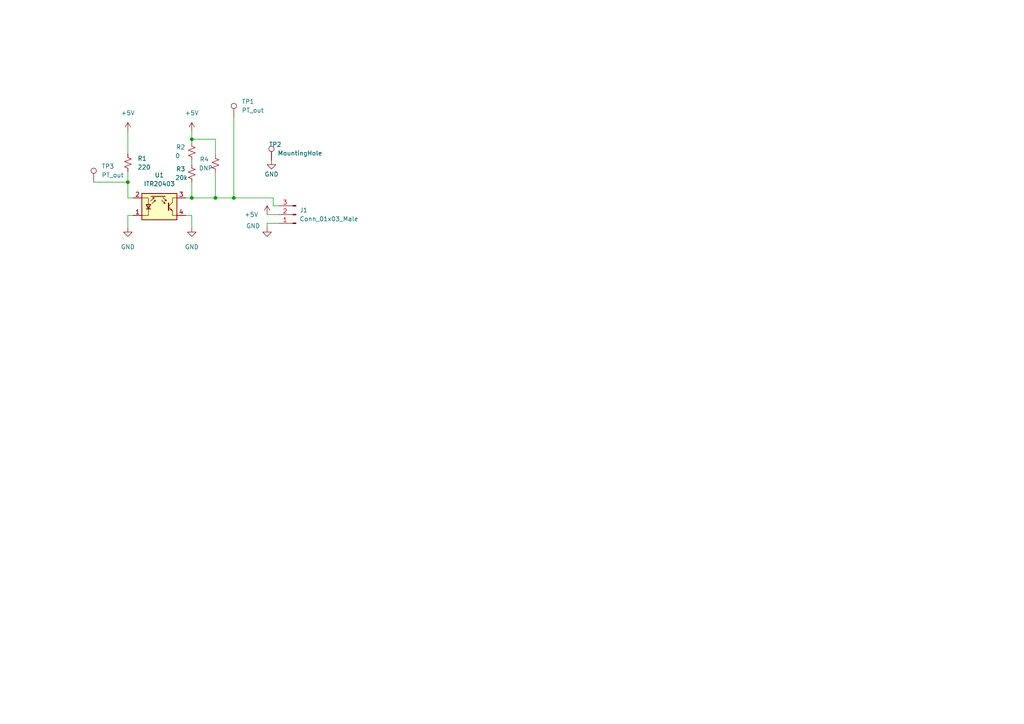
<source format=kicad_sch>
(kicad_sch (version 20211123) (generator eeschema)
  (paper "A4")
  (lib_symbols
    (symbol "1A_Favorites:ITR20403" (pin_names (offset 0.0254) hide)
      (property "Reference" "U" (at -3.81 5.08 0))
      (property "Value" "ITR20403" (at 12.7 5.08 0))
      (symbol "ITR20403_0_1"
        (polyline (pts (xy -3.81 -0.635) (xy -2.54 -0.635)) (stroke (width 0.254)))
        (polyline (pts (xy -2.286 2.921) (xy -2.032 3.175)))
        (polyline (pts (xy -1.778 2.921) (xy -1.524 3.175)))
        (polyline (pts (xy -1.524 2.667) (xy -1.651 2.159)))
        (polyline (pts (xy -1.27 2.921) (xy -1.016 3.175)))
        (polyline (pts (xy -1.143 1.905) (xy -1.27 1.397)))
        (polyline (pts (xy -0.762 2.921) (xy -0.508 3.175)))
        (polyline (pts (xy -0.254 2.921) (xy 0 3.175)))
        (polyline (pts (xy 0.254 2.921) (xy 0.508 3.175)))
        (polyline (pts (xy 0.762 2.921) (xy 1.016 3.175)))
        (polyline (pts (xy 1.27 2.921) (xy 1.524 3.175)))
        (polyline (pts (xy 1.651 0.889) (xy 1.143 1.016)))
        (polyline (pts (xy 1.778 2.921) (xy -2.413 2.921)))
        (polyline (pts (xy 2.032 1.651) (xy 1.524 1.778)))
        (polyline (pts (xy 2.667 -0.127) (xy 3.81 -1.27)))
        (polyline (pts (xy 2.667 0.127) (xy 3.81 1.27)))
        (polyline (pts (xy -2.54 1.651) (xy -1.524 2.667) (xy -2.032 2.54)))
        (polyline (pts (xy -2.159 0.889) (xy -1.143 1.905) (xy -1.651 1.778)))
        (polyline (pts (xy 0.635 1.905) (xy 1.651 0.889) (xy 1.524 1.397)))
        (polyline (pts (xy 1.016 2.667) (xy 2.032 1.651) (xy 1.905 2.159)))
        (polyline (pts (xy 2.667 1.016) (xy 2.667 -1.016) (xy 2.667 -1.016)) (stroke (width 0.3556)))
        (polyline (pts (xy 3.81 -1.27) (xy 3.81 -2.54) (xy 5.08 -2.54)))
        (polyline (pts (xy 3.81 1.27) (xy 3.81 2.54) (xy 5.08 2.54)))
        (polyline (pts (xy -5.08 -2.54) (xy -3.175 -2.54) (xy -3.175 2.54) (xy -5.08 2.54)))
        (polyline (pts (xy -3.175 -0.635) (xy -3.81 0.635) (xy -2.54 0.635) (xy -3.175 -0.635)) (stroke (width 0.254)))
        (polyline (pts (xy 3.683 -1.143) (xy 3.429 -0.635) (xy 3.175 -0.889) (xy 3.683 -1.143)))
        (polyline (pts (xy -5.08 -3.81) (xy 5.08 -3.81) (xy 5.08 3.81) (xy -5.08 3.81) (xy -5.08 -3.81)) (stroke (width 0.254)) (fill (type background)))
      )
      (symbol "ITR20403_1_1"
        (pin passive line (at -7.62 -2.54 0) (length 2.54) (name "K") (number "1"))
        (pin passive line (at -7.62 2.54 0) (length 2.54) (name "A") (number "2"))
        (pin open_collector line (at 7.62 2.54 180) (length 2.54) (name "C") (number "3"))
        (pin open_emitter line (at 7.62 -2.54 180) (length 2.54) (name "E") (number "4"))
      )
    )
    (symbol "1A_Favorites:R_0603_SMD" (pin_numbers hide) (pin_names (offset 0.254) hide)
      (property "Reference" "R" (at 0.762 0.508 0))
      (property "Value" "R_0603_SMD" (at 0.762 -1.016 0))
      (symbol "R_0603_SMD_1_1"
        (polyline (pts (xy 0 0) (xy 1.016 -0.381) (xy 0 -0.762) (xy -1.016 -1.143) (xy 0 -1.524)))
        (polyline (pts (xy 0 1.524) (xy 1.016 1.143) (xy 0 0.762) (xy -1.016 0.381) (xy 0 0)))
        (pin passive line (at 0 2.54 270) (length 1.016) (name "~") (number "1"))
        (pin passive line (at 0 -2.54 90) (length 1.016) (name "~") (number "2"))
      )
    )
    (symbol "Connector:Conn_01x03_Male" (pin_names (offset 1.016) hide)
      (property "Reference" "J" (at 0 5.08 0))
      (property "Value" "Conn_01x03_Male" (at 0 -5.08 0))
      (symbol "Conn_01x03_Male_1_1"
        (polyline (pts (xy 1.27 -2.54) (xy 0.8636 -2.54)) (stroke (width 0.1524)))
        (polyline (pts (xy 1.27 0) (xy 0.8636 0)) (stroke (width 0.1524)))
        (polyline (pts (xy 1.27 2.54) (xy 0.8636 2.54)) (stroke (width 0.1524)))
        (rectangle (start 0.8636 -2.413) (end 0 -2.667) (stroke (width 0.1524)) (fill (type outline)))
        (rectangle (start 0.8636 0.127) (end 0 -0.127) (stroke (width 0.1524)) (fill (type outline)))
        (rectangle (start 0.8636 2.667) (end 0 2.413) (stroke (width 0.1524)) (fill (type outline)))
        (pin passive line (at 5.08 2.54 180) (length 3.81) (name "Pin_1") (number "1"))
        (pin passive line (at 5.08 0 180) (length 3.81) (name "Pin_2") (number "2"))
        (pin passive line (at 5.08 -2.54 180) (length 3.81) (name "Pin_3") (number "3"))
      )
    )
    (symbol "Connector:TestPoint" (pin_numbers hide) (pin_names (offset 0.762) hide)
      (property "Reference" "TP" (at 0 6.858 0))
      (property "Value" "TestPoint" (at 0 5.08 0))
      (symbol "TestPoint_0_1"
        (circle (center 0 3.302) (radius 0.762))
      )
      (symbol "TestPoint_1_1"
        (pin passive line (at 0 0 90) (length 2.54) (name "1") (number "1"))
      )
    )
    (symbol "power:+5V" (power) (pin_names (offset 0))
      (property "Value" "+5V" (at 0 3.556 0))
      (symbol "+5V_0_1"
        (polyline (pts (xy -0.762 1.27) (xy 0 2.54)))
        (polyline (pts (xy 0 0) (xy 0 2.54)))
        (polyline (pts (xy 0 2.54) (xy 0.762 1.27)))
      )
      (symbol "+5V_1_1"
        (pin power_in line (at 0 0 90) (length 0) hide (name "+5V") (number "1"))
      )
    )
    (symbol "power:GND" (power) (pin_names (offset 0))
      (property "Value" "GND" (at 0 -3.81 0))
      (symbol "GND_0_1"
        (polyline (pts (xy 0 0) (xy 0 -1.27) (xy 1.27 -1.27) (xy 0 -2.54) (xy -1.27 -1.27) (xy 0 -1.27)))
      )
      (symbol "GND_1_1"
        (pin power_in line (at 0 0 270) (length 0) hide (name "GND") (number "1"))
      )
    )
  )
  (junction (at 55.626 40.386))
  (junction (at 67.818 57.404))
  (junction (at 37.084 52.832))
  (junction (at 55.626 57.404))
  (junction (at 62.484 57.404))
  (wire (pts (xy 37.084 49.784) (xy 37.084 52.832)))
  (wire (pts (xy 55.626 46.482) (xy 55.626 47.752)))
  (wire (pts (xy 37.084 38.1) (xy 37.084 44.704)))
  (wire (pts (xy 55.626 52.832) (xy 55.626 57.404)))
  (wire (pts (xy 55.626 40.386) (xy 62.484 40.386)))
  (wire (pts (xy 77.47 62.23) (xy 80.772 62.23)))
  (wire (pts (xy 53.848 62.484) (xy 55.626 62.484)))
  (wire (pts (xy 37.084 52.832) (xy 37.084 57.404)))
  (wire (pts (xy 62.484 50.038) (xy 62.484 57.404)))
  (wire (pts (xy 55.626 62.484) (xy 55.626 66.04)))
  (wire (pts (xy 55.626 38.1) (xy 55.626 40.386)))
  (wire (pts (xy 37.084 62.484) (xy 38.608 62.484)))
  (wire (pts (xy 55.626 57.404) (xy 62.484 57.404)))
  (wire (pts (xy 67.818 34.036) (xy 67.818 57.404)))
  (wire (pts (xy 67.818 57.404) (xy 79.248 57.404)))
  (wire (pts (xy 53.848 57.404) (xy 55.626 57.404)))
  (wire (pts (xy 79.248 59.69) (xy 79.248 57.404)))
  (wire (pts (xy 37.084 62.484) (xy 37.084 66.04)))
  (wire (pts (xy 62.484 40.386) (xy 62.484 44.958)))
  (wire (pts (xy 27.178 52.832) (xy 37.084 52.832)))
  (wire (pts (xy 80.772 59.69) (xy 79.248 59.69)))
  (wire (pts (xy 77.47 64.77) (xy 80.772 64.77)))
  (wire (pts (xy 77.47 64.77) (xy 77.47 66.04)))
  (wire (pts (xy 55.626 40.386) (xy 55.626 41.402)))
  (wire (pts (xy 62.484 57.404) (xy 67.818 57.404)))
  (wire (pts (xy 37.084 57.404) (xy 38.608 57.404)))
  (symbol (lib_id "power:+5V") (at 37.084 38.1 0) (unit 1)
    (property "Reference" "#PWR0107" (effects hide))
    (property "Value" "+5V" (at 37.084 32.766 0))
  )
  (symbol (lib_id "1A_Favorites:R_0603_SMD") (at 37.084 47.244 0) (unit 1)
    (property "Reference" "R1" (at 39.878 45.9739 0) (effects (justify left)))
    (property "Value" "220" (at 39.878 48.5139 0) (effects (justify left)))
    (property "Footprint" "Resistor_SMD:R_0603_1608Metric" (effects hide))
  )
  (symbol (lib_id "1A_Favorites:R_0603_SMD") (at 55.626 50.292 0) (unit 1)
    (property "Reference" "R3" (at 51.054 49.022 0) (effects (justify left)))
    (property "Value" "20k" (at 50.8 51.562 0) (effects (justify left)))
    (property "Footprint" "Resistor_SMD:R_0603_1608Metric" (effects hide))
  )
  (symbol (lib_id "power:+5V") (at 77.47 62.23 0) (unit 1)
    (property "Reference" "#PWR0105" (effects hide))
    (property "Value" "+5V" (at 72.898 62.23 0))
  )
  (symbol (lib_id "power:+5V") (at 55.626 38.1 0) (unit 1)
    (property "Reference" "#PWR0104" (effects hide))
    (property "Value" "+5V" (at 55.626 32.766 0))
  )
  (symbol (lib_id "1A_Favorites:R_0603_SMD") (at 62.484 47.498 0) (unit 1)
    (property "Reference" "R4" (at 57.912 46.228 0) (effects (justify left)))
    (property "Value" "DNP" (at 57.658 48.768 0) (effects (justify left)))
    (property "Footprint" "Resistor_SMD:R_0603_1608Metric" (effects hide))
  )
  (symbol (lib_id "Connector:TestPoint") (at 78.74 46.482 0) (unit 1)
    (property "Reference" "TP2" (at 77.978 41.9099 0) (effects (justify left)))
    (property "Value" "MountingHole" (at 80.518 44.4499 0) (effects (justify left)))
    (property "Footprint" "TestPoint:TestPoint_THTPad_D2.0mm_Drill1.0mm" (effects hide))
  )
  (symbol (lib_id "power:GND") (at 55.626 66.04 0) (unit 1)
    (property "Reference" "#PWR0103" (effects hide))
    (property "Value" "GND" (at 55.626 71.628 0))
  )
  (symbol (lib_id "Connector:Conn_01x03_Male") (at 85.852 62.23 180) (unit 1)
    (property "Reference" "J1" (at 86.868 60.9599 0) (effects (justify right)))
    (property "Value" "Conn_01x03_Male" (at 86.868 63.4999 0) (effects (justify right)))
    (property "Footprint" "Connector_JST:JST_XH_S3B-XH-A_1x03_P2.50mm_Horizontal" (effects hide))
    (property "LCSC" "C161870" (effects hide))
  )
  (symbol (lib_id "1A_Favorites:ITR20403") (at 46.228 59.944 0) (unit 1)
    (property "Reference" "U1" (at 46.228 50.8 0))
    (property "Value" "ITR20403" (at 46.228 53.34 0))
    (property "Footprint" "OptoDevice:Everlight_ITR20403" (effects hide))
    (property "Datasheet" "https://www.endrich.com/sixcms/media.php/2/ITR-20403.pdf" (effects hide))
    (property "LCSC" "C5135" (effects hide))
  )
  (symbol (lib_id "1A_Favorites:R_0603_SMD") (at 55.626 43.942 0) (unit 1)
    (property "Reference" "R2" (at 51.054 42.672 0) (effects (justify left)))
    (property "Value" "0" (at 50.8 45.212 0) (effects (justify left)))
    (property "Footprint" "Resistor_SMD:R_0603_1608Metric" (effects hide))
  )
  (symbol (lib_id "power:GND") (at 77.47 66.04 0) (unit 1)
    (property "Reference" "#PWR0106" (effects hide))
    (property "Value" "GND" (at 73.406 65.532 0))
  )
  (symbol (lib_id "Connector:TestPoint") (at 27.178 52.832 0) (unit 1)
    (property "Reference" "TP3" (at 29.464 48.2599 0) (effects (justify left)))
    (property "Value" "PT_out" (at 29.464 50.7999 0) (effects (justify left)))
    (property "Footprint" "TestPoint:TestPoint_THTPad_D2.0mm_Drill1.0mm" (effects hide))
  )
  (symbol (lib_id "power:GND") (at 78.74 46.482 0) (unit 1)
    (property "Reference" "#PWR0101" (effects hide))
    (property "Value" "GND" (at 76.708 50.546 0) (effects (justify left)))
  )
  (symbol (lib_id "Connector:TestPoint") (at 67.818 34.036 0) (unit 1)
    (property "Reference" "TP1" (at 70.104 29.4639 0) (effects (justify left)))
    (property "Value" "PT_out" (at 70.104 32.0039 0) (effects (justify left)))
    (property "Footprint" "TestPoint:TestPoint_THTPad_D2.0mm_Drill1.0mm" (effects hide))
  )
  (symbol (lib_id "power:GND") (at 37.084 66.04 0) (unit 1)
    (property "Reference" "#PWR0102" (effects hide))
    (property "Value" "GND" (at 37.084 71.628 0))
  )
)
</source>
